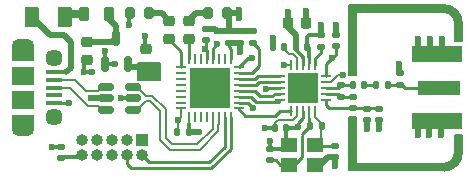
<source format=gbr>
%TF.GenerationSoftware,KiCad,Pcbnew,8.0.6*%
%TF.CreationDate,2024-12-29T16:51:47+05:30*%
%TF.ProjectId,STM32_RF,53544d33-325f-4524-962e-6b696361645f,rev?*%
%TF.SameCoordinates,Original*%
%TF.FileFunction,Copper,L1,Top*%
%TF.FilePolarity,Positive*%
%FSLAX46Y46*%
G04 Gerber Fmt 4.6, Leading zero omitted, Abs format (unit mm)*
G04 Created by KiCad (PCBNEW 8.0.6) date 2024-12-29 16:51:47*
%MOMM*%
%LPD*%
G01*
G04 APERTURE LIST*
G04 Aperture macros list*
%AMRoundRect*
0 Rectangle with rounded corners*
0 $1 Rounding radius*
0 $2 $3 $4 $5 $6 $7 $8 $9 X,Y pos of 4 corners*
0 Add a 4 corners polygon primitive as box body*
4,1,4,$2,$3,$4,$5,$6,$7,$8,$9,$2,$3,0*
0 Add four circle primitives for the rounded corners*
1,1,$1+$1,$2,$3*
1,1,$1+$1,$4,$5*
1,1,$1+$1,$6,$7*
1,1,$1+$1,$8,$9*
0 Add four rect primitives between the rounded corners*
20,1,$1+$1,$2,$3,$4,$5,0*
20,1,$1+$1,$4,$5,$6,$7,0*
20,1,$1+$1,$6,$7,$8,$9,0*
20,1,$1+$1,$8,$9,$2,$3,0*%
G04 Aperture macros list end*
%TA.AperFunction,Conductor*%
%ADD10C,0.200000*%
%TD*%
%TA.AperFunction,SMDPad,CuDef*%
%ADD11RoundRect,0.218750X-0.256250X0.218750X-0.256250X-0.218750X0.256250X-0.218750X0.256250X0.218750X0*%
%TD*%
%TA.AperFunction,SMDPad,CuDef*%
%ADD12RoundRect,0.140000X0.170000X-0.140000X0.170000X0.140000X-0.170000X0.140000X-0.170000X-0.140000X0*%
%TD*%
%TA.AperFunction,SMDPad,CuDef*%
%ADD13RoundRect,0.150000X0.512500X0.150000X-0.512500X0.150000X-0.512500X-0.150000X0.512500X-0.150000X0*%
%TD*%
%TA.AperFunction,ComponentPad*%
%ADD14R,1.000000X1.000000*%
%TD*%
%TA.AperFunction,ComponentPad*%
%ADD15O,1.000000X1.000000*%
%TD*%
%TA.AperFunction,SMDPad,CuDef*%
%ADD16RoundRect,0.140000X-0.170000X0.140000X-0.170000X-0.140000X0.170000X-0.140000X0.170000X0.140000X0*%
%TD*%
%TA.AperFunction,SMDPad,CuDef*%
%ADD17RoundRect,0.135000X0.185000X-0.135000X0.185000X0.135000X-0.185000X0.135000X-0.185000X-0.135000X0*%
%TD*%
%TA.AperFunction,SMDPad,CuDef*%
%ADD18RoundRect,0.147500X0.172500X-0.147500X0.172500X0.147500X-0.172500X0.147500X-0.172500X-0.147500X0*%
%TD*%
%TA.AperFunction,SMDPad,CuDef*%
%ADD19RoundRect,0.147500X-0.147500X-0.172500X0.147500X-0.172500X0.147500X0.172500X-0.147500X0.172500X0*%
%TD*%
%TA.AperFunction,SMDPad,CuDef*%
%ADD20R,1.350000X0.400000*%
%TD*%
%TA.AperFunction,ComponentPad*%
%ADD21O,1.900000X1.200000*%
%TD*%
%TA.AperFunction,SMDPad,CuDef*%
%ADD22R,1.900000X1.200000*%
%TD*%
%TA.AperFunction,ComponentPad*%
%ADD23C,1.450000*%
%TD*%
%TA.AperFunction,SMDPad,CuDef*%
%ADD24R,1.900000X1.500000*%
%TD*%
%TA.AperFunction,SMDPad,CuDef*%
%ADD25RoundRect,0.218750X-0.218750X-0.381250X0.218750X-0.381250X0.218750X0.381250X-0.218750X0.381250X0*%
%TD*%
%TA.AperFunction,SMDPad,CuDef*%
%ADD26RoundRect,0.225000X0.250000X-0.225000X0.250000X0.225000X-0.250000X0.225000X-0.250000X-0.225000X0*%
%TD*%
%TA.AperFunction,SMDPad,CuDef*%
%ADD27RoundRect,0.140000X-0.140000X-0.170000X0.140000X-0.170000X0.140000X0.170000X-0.140000X0.170000X0*%
%TD*%
%TA.AperFunction,SMDPad,CuDef*%
%ADD28RoundRect,0.062500X-0.350000X-0.062500X0.350000X-0.062500X0.350000X0.062500X-0.350000X0.062500X0*%
%TD*%
%TA.AperFunction,SMDPad,CuDef*%
%ADD29RoundRect,0.062500X-0.062500X-0.350000X0.062500X-0.350000X0.062500X0.350000X-0.062500X0.350000X0*%
%TD*%
%TA.AperFunction,HeatsinkPad*%
%ADD30R,2.500000X2.500000*%
%TD*%
%TA.AperFunction,SMDPad,CuDef*%
%ADD31RoundRect,0.135000X-0.185000X0.135000X-0.185000X-0.135000X0.185000X-0.135000X0.185000X0.135000X0*%
%TD*%
%TA.AperFunction,SMDPad,CuDef*%
%ADD32RoundRect,0.062500X-0.062500X0.375000X-0.062500X-0.375000X0.062500X-0.375000X0.062500X0.375000X0*%
%TD*%
%TA.AperFunction,SMDPad,CuDef*%
%ADD33RoundRect,0.062500X-0.375000X0.062500X-0.375000X-0.062500X0.375000X-0.062500X0.375000X0.062500X0*%
%TD*%
%TA.AperFunction,HeatsinkPad*%
%ADD34R,3.450000X3.450000*%
%TD*%
%TA.AperFunction,SMDPad,CuDef*%
%ADD35RoundRect,0.200000X-0.200000X-0.275000X0.200000X-0.275000X0.200000X0.275000X-0.200000X0.275000X0*%
%TD*%
%TA.AperFunction,SMDPad,CuDef*%
%ADD36RoundRect,0.140000X0.140000X0.170000X-0.140000X0.170000X-0.140000X-0.170000X0.140000X-0.170000X0*%
%TD*%
%TA.AperFunction,SMDPad,CuDef*%
%ADD37RoundRect,0.135000X0.135000X0.185000X-0.135000X0.185000X-0.135000X-0.185000X0.135000X-0.185000X0*%
%TD*%
%TA.AperFunction,SMDPad,CuDef*%
%ADD38R,1.400000X1.200000*%
%TD*%
%TA.AperFunction,SMDPad,CuDef*%
%ADD39RoundRect,0.225000X-0.225000X-0.250000X0.225000X-0.250000X0.225000X0.250000X-0.225000X0.250000X0*%
%TD*%
%TA.AperFunction,SMDPad,CuDef*%
%ADD40RoundRect,0.150000X0.150000X-0.512500X0.150000X0.512500X-0.150000X0.512500X-0.150000X-0.512500X0*%
%TD*%
%TA.AperFunction,SMDPad,CuDef*%
%ADD41RoundRect,0.225000X-0.250000X0.225000X-0.250000X-0.225000X0.250000X-0.225000X0.250000X0.225000X0*%
%TD*%
%TA.AperFunction,SMDPad,CuDef*%
%ADD42RoundRect,0.200000X0.200000X0.275000X-0.200000X0.275000X-0.200000X-0.275000X0.200000X-0.275000X0*%
%TD*%
%TA.AperFunction,SMDPad,CuDef*%
%ADD43R,3.600000X1.270000*%
%TD*%
%TA.AperFunction,SMDPad,CuDef*%
%ADD44R,4.200000X1.350000*%
%TD*%
%TA.AperFunction,SMDPad,CuDef*%
%ADD45RoundRect,0.250000X-0.375000X-0.625000X0.375000X-0.625000X0.375000X0.625000X-0.375000X0.625000X0*%
%TD*%
%TA.AperFunction,ViaPad*%
%ADD46C,0.600000*%
%TD*%
%TA.AperFunction,ViaPad*%
%ADD47C,0.700000*%
%TD*%
%TA.AperFunction,Conductor*%
%ADD48C,0.500000*%
%TD*%
%TA.AperFunction,Conductor*%
%ADD49C,0.300000*%
%TD*%
%TA.AperFunction,Conductor*%
%ADD50C,0.250000*%
%TD*%
%TA.AperFunction,Conductor*%
%ADD51C,0.293370*%
%TD*%
%TA.AperFunction,Conductor*%
%ADD52C,0.700000*%
%TD*%
G04 APERTURE END LIST*
D10*
%TO.N,GND*%
X191545013Y-67599738D02*
G75*
G02*
X192399999Y-68550000I-45013J-900262D01*
G01*
X191700000Y-67600000D02*
X184000000Y-67600000D01*
X184000000Y-72900000D01*
X183400000Y-72900000D01*
X183400000Y-67010000D01*
X191690000Y-67010000D01*
X191700000Y-67600000D01*
%TA.AperFunction,Conductor*%
G36*
X191700000Y-67600000D02*
G01*
X184000000Y-67600000D01*
X184000000Y-72900000D01*
X183400000Y-72900000D01*
X183400000Y-67010000D01*
X191690000Y-67010000D01*
X191700000Y-67600000D01*
G37*
%TD.AperFunction*%
X184000000Y-80410000D02*
X191700000Y-80410000D01*
X191690000Y-81000000D01*
X183400000Y-81000000D01*
X183400000Y-76510000D01*
X184000000Y-76510000D01*
X184000000Y-80410000D01*
%TA.AperFunction,Conductor*%
G36*
X184000000Y-80410000D02*
G01*
X191700000Y-80410000D01*
X191690000Y-81000000D01*
X183400000Y-81000000D01*
X183400000Y-76510000D01*
X184000000Y-76510000D01*
X184000000Y-80410000D01*
G37*
%TD.AperFunction*%
X192399999Y-79460000D02*
G75*
G02*
X191545013Y-80410262I-899999J-50000D01*
G01*
%TO.N,+3.3V*%
X167400000Y-73300000D02*
X165600000Y-73300000D01*
X165600000Y-71900000D01*
X167400000Y-71900000D01*
X167400000Y-73300000D01*
%TA.AperFunction,Conductor*%
G36*
X167400000Y-73300000D02*
G01*
X165600000Y-73300000D01*
X165600000Y-71900000D01*
X167400000Y-71900000D01*
X167400000Y-73300000D01*
G37*
%TD.AperFunction*%
%TO.N,GND*%
X192900000Y-79860000D02*
X192800000Y-80110000D01*
X192650000Y-80360000D01*
X192400000Y-80660000D01*
X192300000Y-80710000D01*
X192150000Y-80810000D01*
X191850000Y-80910000D01*
X191800000Y-80910000D01*
X191800000Y-80460000D01*
X192000000Y-80360000D01*
X192150000Y-80260000D01*
X192250000Y-80160000D01*
X192350000Y-80010000D01*
X192400000Y-79860000D01*
X192500000Y-79660000D01*
X192450000Y-79610000D01*
X192900000Y-79610000D01*
X192900000Y-79860000D01*
%TA.AperFunction,Conductor*%
G36*
X192900000Y-79860000D02*
G01*
X192800000Y-80110000D01*
X192650000Y-80360000D01*
X192400000Y-80660000D01*
X192300000Y-80710000D01*
X192150000Y-80810000D01*
X191850000Y-80910000D01*
X191800000Y-80910000D01*
X191800000Y-80460000D01*
X192000000Y-80360000D01*
X192150000Y-80260000D01*
X192250000Y-80160000D01*
X192350000Y-80010000D01*
X192400000Y-79860000D01*
X192500000Y-79660000D01*
X192450000Y-79610000D01*
X192900000Y-79610000D01*
X192900000Y-79860000D01*
G37*
%TD.AperFunction*%
X191500000Y-67000000D02*
G75*
G02*
X193000000Y-68500000I0J-1500000D01*
G01*
X193000000Y-79510000D02*
G75*
G02*
X191500000Y-81010000I-1500000J0D01*
G01*
X192400000Y-78010000D02*
X193000000Y-78010000D01*
X193000000Y-79510000D01*
X192400000Y-79510000D01*
X192400000Y-78010000D01*
%TA.AperFunction,Conductor*%
G36*
X192400000Y-78010000D02*
G01*
X193000000Y-78010000D01*
X193000000Y-79510000D01*
X192400000Y-79510000D01*
X192400000Y-78010000D01*
G37*
%TD.AperFunction*%
X192150000Y-67200000D02*
X192300000Y-67300000D01*
X192400000Y-67350000D01*
X192650000Y-67650000D01*
X192800000Y-67900000D01*
X192900000Y-68150000D01*
X192900000Y-68400000D01*
X192450000Y-68400000D01*
X192500000Y-68350000D01*
X192400000Y-68150000D01*
X192350000Y-68000000D01*
X192250000Y-67850000D01*
X192150000Y-67750000D01*
X192000000Y-67650000D01*
X191800000Y-67550000D01*
X191800000Y-67100000D01*
X191850000Y-67100000D01*
X192150000Y-67200000D01*
%TA.AperFunction,Conductor*%
G36*
X192150000Y-67200000D02*
G01*
X192300000Y-67300000D01*
X192400000Y-67350000D01*
X192650000Y-67650000D01*
X192800000Y-67900000D01*
X192900000Y-68150000D01*
X192900000Y-68400000D01*
X192450000Y-68400000D01*
X192500000Y-68350000D01*
X192400000Y-68150000D01*
X192350000Y-68000000D01*
X192250000Y-67850000D01*
X192150000Y-67750000D01*
X192000000Y-67650000D01*
X191800000Y-67550000D01*
X191800000Y-67100000D01*
X191850000Y-67100000D01*
X192150000Y-67200000D01*
G37*
%TD.AperFunction*%
X193000000Y-70000000D02*
X192400000Y-70000000D01*
X192400000Y-68500000D01*
X193000000Y-68500000D01*
X193000000Y-70000000D01*
%TA.AperFunction,Conductor*%
G36*
X193000000Y-70000000D02*
G01*
X192400000Y-70000000D01*
X192400000Y-68500000D01*
X193000000Y-68500000D01*
X193000000Y-70000000D01*
G37*
%TD.AperFunction*%
%TD*%
D11*
%TO.P,D2,1,K*%
%TO.N,Net-(D2-K)*%
X169900000Y-68325000D03*
%TO.P,D2,2,A*%
%TO.N,Net-(D2-A)*%
X169900000Y-69900000D03*
%TD*%
D12*
%TO.P,C7,1*%
%TO.N,+3.3V*%
X171300000Y-69980000D03*
%TO.P,C7,2*%
%TO.N,GND*%
X171300000Y-69020000D03*
%TD*%
D11*
%TO.P,D1,1,K*%
%TO.N,Net-(D1-K)*%
X168200000Y-68325000D03*
%TO.P,D1,2,A*%
%TO.N,Net-(D1-A)*%
X168200000Y-69900000D03*
%TD*%
D12*
%TO.P,C14,1*%
%TO.N,NRF_XC2*%
X176725000Y-80130000D03*
%TO.P,C14,2*%
%TO.N,GND*%
X176725000Y-79170000D03*
%TD*%
%TO.P,C3,1*%
%TO.N,SWD_NRST*%
X159100000Y-79980000D03*
%TO.P,C3,2*%
%TO.N,GND*%
X159100000Y-79020000D03*
%TD*%
%TO.P,C10,1*%
%TO.N,+3.3V*%
X182300000Y-70500000D03*
%TO.P,C10,2*%
%TO.N,GND*%
X182300000Y-69540000D03*
%TD*%
D13*
%TO.P,U3,1,I/O1*%
%TO.N,USB_D+*%
X165137500Y-75850000D03*
%TO.P,U3,2,GND*%
%TO.N,GND*%
X165137500Y-74900000D03*
%TO.P,U3,3,I/O2*%
%TO.N,USB_D-*%
X165137500Y-73950000D03*
%TO.P,U3,4,I/O2*%
%TO.N,USB_CONN_D-*%
X162862500Y-73950000D03*
%TO.P,U3,5,VBUS*%
%TO.N,+5V*%
X162862500Y-74900000D03*
%TO.P,U3,6,I/O1*%
%TO.N,USB_CONN_D+*%
X162862500Y-75850000D03*
%TD*%
D14*
%TO.P,J2,1,Pin_1*%
%TO.N,+3.3V*%
X165900000Y-78430000D03*
D15*
%TO.P,J2,2,Pin_2*%
%TO.N,SWD_DIO*%
X165900000Y-79700000D03*
%TO.P,J2,3,Pin_3*%
%TO.N,GND*%
X164630000Y-78430000D03*
%TO.P,J2,4,Pin_4*%
%TO.N,SWD_CLK*%
X164630000Y-79700000D03*
%TO.P,J2,5,Pin_5*%
%TO.N,GND*%
X163360000Y-78430000D03*
%TO.P,J2,6,Pin_6*%
%TO.N,unconnected-(J2-Pin_6-Pad6)*%
X163360000Y-79700000D03*
%TO.P,J2,7,Pin_7*%
%TO.N,unconnected-(J2-Pin_7-Pad7)*%
X162090000Y-78430000D03*
%TO.P,J2,8,Pin_8*%
%TO.N,unconnected-(J2-Pin_8-Pad8)*%
X162090000Y-79700000D03*
%TO.P,J2,9,Pin_9*%
%TO.N,GND*%
X160820000Y-78430000D03*
%TO.P,J2,10,Pin_10*%
%TO.N,SWD_NRST*%
X160820000Y-79700000D03*
%TD*%
D16*
%TO.P,C17,1*%
%TO.N,NRF_VDD_PA*%
X184970000Y-75790000D03*
%TO.P,C17,2*%
%TO.N,GND*%
X184970000Y-76750000D03*
%TD*%
D17*
%TO.P,R1,1*%
%TO.N,Net-(U4-PH3)*%
X175300000Y-70210000D03*
%TO.P,R1,2*%
%TO.N,GND*%
X175300000Y-69190000D03*
%TD*%
D18*
%TO.P,L3,1,1*%
%TO.N,NRF_VDD_PA*%
X183750000Y-75720000D03*
%TO.P,L3,2,2*%
%TO.N,NRF_ANT1*%
X183750000Y-74750000D03*
%TD*%
D19*
%TO.P,L1,1,1*%
%TO.N,NRF_ANT2*%
X183765000Y-73750000D03*
%TO.P,L1,2,2*%
%TO.N,Net-(C15-Pad1)*%
X184735000Y-73750000D03*
%TD*%
D12*
%TO.P,C4,1*%
%TO.N,+3.3V*%
X174250000Y-70180000D03*
%TO.P,C4,2*%
%TO.N,GND*%
X174250000Y-69220000D03*
%TD*%
%TO.P,C5,1*%
%TO.N,+3.3V*%
X173250000Y-70180000D03*
%TO.P,C5,2*%
%TO.N,GND*%
X173250000Y-69220000D03*
%TD*%
D20*
%TO.P,J1,1,VBUS*%
%TO.N,+5V*%
X158500000Y-72700000D03*
%TO.P,J1,2,D-*%
%TO.N,USB_CONN_D-*%
X158500000Y-73350000D03*
%TO.P,J1,3,D+*%
%TO.N,USB_CONN_D+*%
X158500000Y-74000000D03*
%TO.P,J1,4,ID*%
%TO.N,unconnected-(J1-ID-Pad4)*%
X158500000Y-74650000D03*
%TO.P,J1,5,GND*%
%TO.N,GND*%
X158500000Y-75300000D03*
D21*
%TO.P,J1,6,Shield*%
%TO.N,N/C*%
X155800000Y-70500000D03*
D22*
%TO.N,unconnected-(J1-Shield-Pad6)_4*%
X155800000Y-71100000D03*
D23*
%TO.N,N/C*%
X158500000Y-71500000D03*
D24*
%TO.N,unconnected-(J1-Shield-Pad6)_4*%
X155800000Y-73000000D03*
X155800000Y-75000000D03*
D23*
%TO.N,N/C*%
X158500000Y-76500000D03*
D22*
%TO.N,unconnected-(J1-Shield-Pad6)_4*%
X155800000Y-76900000D03*
D21*
%TO.N,N/C*%
X155800000Y-77500000D03*
%TD*%
D25*
%TO.P,FB1,1*%
%TO.N,Net-(F1-Pad2)*%
X161037500Y-67750000D03*
%TO.P,FB1,2*%
%TO.N,Net-(U1-VI)*%
X163162500Y-67750000D03*
%TD*%
D26*
%TO.P,C2,1*%
%TO.N,+3.3V*%
X166250000Y-72250000D03*
%TO.P,C2,2*%
%TO.N,GND*%
X166250000Y-70700000D03*
%TD*%
D27*
%TO.P,C9,1*%
%TO.N,+3.3V*%
X177170000Y-77400000D03*
%TO.P,C9,2*%
%TO.N,GND*%
X178130000Y-77400000D03*
%TD*%
D28*
%TO.P,U2,1,CE*%
%TO.N,NRF_CE*%
X177625000Y-73000000D03*
%TO.P,U2,2,CSN*%
%TO.N,SPI3_!CS*%
X177625000Y-73500000D03*
%TO.P,U2,3,SCK*%
%TO.N,SPI3_SCK*%
X177625000Y-74000000D03*
%TO.P,U2,4,MOSI*%
%TO.N,SPI3_MOSI*%
X177625000Y-74500000D03*
%TO.P,U2,5,MISO*%
%TO.N,SPI3_MISO*%
X177625000Y-75000000D03*
D29*
%TO.P,U2,6,IRQ*%
%TO.N,NRF_IRQ*%
X178562500Y-75937500D03*
%TO.P,U2,7,VDD*%
%TO.N,+3.3V*%
X179062500Y-75937500D03*
%TO.P,U2,8,VSS*%
%TO.N,GND*%
X179562500Y-75937500D03*
%TO.P,U2,9,XC2*%
%TO.N,NRF_XC2*%
X180062500Y-75937500D03*
%TO.P,U2,10,XC1*%
%TO.N,NRF_XC1*%
X180562500Y-75937500D03*
D28*
%TO.P,U2,11,VDD_PA*%
%TO.N,NRF_VDD_PA*%
X181500000Y-75000000D03*
%TO.P,U2,12,ANT1*%
%TO.N,NRF_ANT1*%
X181500000Y-74500000D03*
%TO.P,U2,13,ANT2*%
%TO.N,NRF_ANT2*%
X181500000Y-74000000D03*
%TO.P,U2,14,VSS*%
%TO.N,GND*%
X181500000Y-73500000D03*
%TO.P,U2,15,VDD*%
%TO.N,+3.3V*%
X181500000Y-73000000D03*
D29*
%TO.P,U2,16,IREF*%
%TO.N,Net-(U2-IREF)*%
X180562500Y-72062500D03*
%TO.P,U2,17,VSS*%
%TO.N,GND*%
X180062500Y-72062500D03*
%TO.P,U2,18,VDD*%
%TO.N,+3.3V*%
X179562500Y-72062500D03*
%TO.P,U2,19,DVDD*%
%TO.N,Net-(U2-DVDD)*%
X179062500Y-72062500D03*
%TO.P,U2,20,VSS*%
%TO.N,GND*%
X178562500Y-72062500D03*
D30*
%TO.P,U2,21*%
X179562500Y-74000000D03*
%TD*%
D31*
%TO.P,R4,1*%
%TO.N,GND*%
X181100000Y-69510000D03*
%TO.P,R4,2*%
%TO.N,Net-(U2-IREF)*%
X181100000Y-70530000D03*
%TD*%
D27*
%TO.P,C11,1*%
%TO.N,+3.3V*%
X178965000Y-70520000D03*
%TO.P,C11,2*%
%TO.N,GND*%
X179925000Y-70520000D03*
%TD*%
D32*
%TO.P,U4,1,VDD*%
%TO.N,+3.3V*%
X173412500Y-71562500D03*
%TO.P,U4,2,PC14*%
%TO.N,unconnected-(U4-PC14-Pad2)*%
X172912500Y-71562500D03*
%TO.P,U4,3,PC15*%
%TO.N,unconnected-(U4-PC15-Pad3)*%
X172412500Y-71562500D03*
%TO.P,U4,4,NRST*%
%TO.N,SWD_NRST*%
X171912500Y-71562500D03*
%TO.P,U4,5,VDDA*%
%TO.N,+3.3V*%
X171412500Y-71562500D03*
%TO.P,U4,6,PA0*%
%TO.N,unconnected-(U4-PA0-Pad6)*%
X170912500Y-71562500D03*
%TO.P,U4,7,PA1*%
%TO.N,unconnected-(U4-PA1-Pad7)*%
X170412500Y-71562500D03*
%TO.P,U4,8,PA2*%
%TO.N,Net-(D2-A)*%
X169912500Y-71562500D03*
D33*
%TO.P,U4,9,PA3*%
%TO.N,Net-(D1-A)*%
X169225000Y-72250000D03*
%TO.P,U4,10,PA4*%
%TO.N,unconnected-(U4-PA4-Pad10)*%
X169225000Y-72750000D03*
%TO.P,U4,11,PA5*%
%TO.N,unconnected-(U4-PA5-Pad11)*%
X169225000Y-73250000D03*
%TO.P,U4,12,PA6*%
%TO.N,unconnected-(U4-PA6-Pad12)*%
X169225000Y-73750000D03*
%TO.P,U4,13,PA7*%
%TO.N,unconnected-(U4-PA7-Pad13)*%
X169225000Y-74250000D03*
%TO.P,U4,14,PB0*%
%TO.N,unconnected-(U4-PB0-Pad14)*%
X169225000Y-74750000D03*
%TO.P,U4,15,PB1*%
%TO.N,unconnected-(U4-PB1-Pad15)*%
X169225000Y-75250000D03*
%TO.P,U4,16,VSS*%
%TO.N,GND*%
X169225000Y-75750000D03*
D32*
%TO.P,U4,17,VDD*%
%TO.N,+3.3V*%
X169912500Y-76437500D03*
%TO.P,U4,18,PA8*%
%TO.N,unconnected-(U4-PA8-Pad18)*%
X170412500Y-76437500D03*
%TO.P,U4,19,PA9*%
%TO.N,unconnected-(U4-PA9-Pad19)*%
X170912500Y-76437500D03*
%TO.P,U4,20,PA10*%
%TO.N,unconnected-(U4-PA10-Pad20)*%
X171412500Y-76437500D03*
%TO.P,U4,21,PA11*%
%TO.N,USB_D-*%
X171912500Y-76437500D03*
%TO.P,U4,22,PA12*%
%TO.N,USB_D+*%
X172412500Y-76437500D03*
%TO.P,U4,23,PA13*%
%TO.N,SWD_DIO*%
X172912500Y-76437500D03*
%TO.P,U4,24,PA14*%
%TO.N,SWD_CLK*%
X173412500Y-76437500D03*
D33*
%TO.P,U4,25,PA15*%
%TO.N,NRF_IRQ*%
X174100000Y-75750000D03*
%TO.P,U4,26,PB3*%
%TO.N,SPI3_SCK*%
X174100000Y-75250000D03*
%TO.P,U4,27,PB4*%
%TO.N,SPI3_MISO*%
X174100000Y-74750000D03*
%TO.P,U4,28,PB5*%
%TO.N,SPI3_MOSI*%
X174100000Y-74250000D03*
%TO.P,U4,29,PB6*%
%TO.N,SPI3_!CS*%
X174100000Y-73750000D03*
%TO.P,U4,30,PB7*%
%TO.N,NRF_CE*%
X174100000Y-73250000D03*
%TO.P,U4,31,PH3*%
%TO.N,Net-(U4-PH3)*%
X174100000Y-72750000D03*
%TO.P,U4,32,VSS*%
%TO.N,GND*%
X174100000Y-72250000D03*
D34*
%TO.P,U4,33,VSS*%
X171662500Y-74000000D03*
%TD*%
D35*
%TO.P,R3,1*%
%TO.N,Net-(D2-K)*%
X171475000Y-67700000D03*
%TO.P,R3,2*%
%TO.N,GND*%
X173125000Y-67700000D03*
%TD*%
D36*
%TO.P,C6,1*%
%TO.N,+3.3V*%
X169880000Y-77700000D03*
%TO.P,C6,2*%
%TO.N,GND*%
X168920000Y-77700000D03*
%TD*%
D37*
%TO.P,R5,1*%
%TO.N,NRF_XC1*%
X181160000Y-77250000D03*
%TO.P,R5,2*%
%TO.N,NRF_XC2*%
X180140000Y-77250000D03*
%TD*%
D12*
%TO.P,C16,1*%
%TO.N,/NRF_ANT*%
X187750000Y-73730000D03*
%TO.P,C16,2*%
%TO.N,GND*%
X187750000Y-72770000D03*
%TD*%
D38*
%TO.P,Y1,1,1*%
%TO.N,NRF_XC1*%
X180600000Y-78800000D03*
%TO.P,Y1,2,2*%
%TO.N,GND*%
X178400000Y-78800000D03*
%TO.P,Y1,3,3*%
%TO.N,NRF_XC2*%
X178400000Y-80500000D03*
%TO.P,Y1,4,4*%
%TO.N,GND*%
X180600000Y-80500000D03*
%TD*%
D39*
%TO.P,C8,1*%
%TO.N,+3.3V*%
X178250000Y-68520000D03*
%TO.P,C8,2*%
%TO.N,GND*%
X179800000Y-68520000D03*
%TD*%
D27*
%TO.P,C15,1*%
%TO.N,Net-(C15-Pad1)*%
X185770000Y-73750000D03*
%TO.P,C15,2*%
%TO.N,/NRF_ANT*%
X186730000Y-73750000D03*
%TD*%
D12*
%TO.P,C13,1*%
%TO.N,GND*%
X182275000Y-79880000D03*
%TO.P,C13,2*%
%TO.N,NRF_XC1*%
X182275000Y-78920000D03*
%TD*%
D40*
%TO.P,U1,1,GND*%
%TO.N,GND*%
X162800000Y-72025000D03*
%TO.P,U1,2,VO*%
%TO.N,+3.3V*%
X164700000Y-72025000D03*
%TO.P,U1,3,VI*%
%TO.N,Net-(U1-VI)*%
X163750000Y-69750000D03*
%TD*%
D36*
%TO.P,C12,1*%
%TO.N,Net-(U2-DVDD)*%
X177925000Y-70520000D03*
%TO.P,C12,2*%
%TO.N,GND*%
X176965000Y-70520000D03*
%TD*%
D41*
%TO.P,C1,1*%
%TO.N,Net-(U1-VI)*%
X161250000Y-70125000D03*
%TO.P,C1,2*%
%TO.N,GND*%
X161250000Y-71675000D03*
%TD*%
D16*
%TO.P,C18,1*%
%TO.N,NRF_VDD_PA*%
X186000000Y-75790000D03*
%TO.P,C18,2*%
%TO.N,GND*%
X186000000Y-76750000D03*
%TD*%
D42*
%TO.P,R2,1*%
%TO.N,Net-(D1-K)*%
X166525000Y-67700000D03*
%TO.P,R2,2*%
%TO.N,GND*%
X164875000Y-67700000D03*
%TD*%
D43*
%TO.P,J3,1,In*%
%TO.N,/NRF_ANT*%
X191062500Y-74000000D03*
D44*
%TO.P,J3,2,Ext*%
%TO.N,GND*%
X190862500Y-76825000D03*
X190862500Y-71175000D03*
%TD*%
D45*
%TO.P,F1,1*%
%TO.N,+5V*%
X156600000Y-68000000D03*
%TO.P,F1,2*%
%TO.N,Net-(F1-Pad2)*%
X159400000Y-68000000D03*
%TD*%
D18*
%TO.P,L2,1,1*%
%TO.N,NRF_ANT1*%
X182750000Y-74735000D03*
%TO.P,L2,2,2*%
%TO.N,NRF_ANT2*%
X182750000Y-73765000D03*
%TD*%
D46*
%TO.N,GND*%
X189300000Y-69900000D03*
D47*
X188900000Y-67300000D03*
X188900000Y-80710000D03*
D46*
X169000000Y-76700000D03*
D47*
X186300000Y-80710000D03*
D46*
X161700000Y-72700000D03*
X179800000Y-67500000D03*
X175200000Y-71500000D03*
X159700000Y-75300000D03*
D47*
X183800000Y-67400000D03*
D46*
X182300000Y-68700000D03*
D47*
X186300000Y-67300000D03*
X183700000Y-78510000D03*
X191100000Y-67300000D03*
D46*
X166200000Y-69600000D03*
D47*
X183700000Y-69500000D03*
D46*
X172300000Y-69200000D03*
X180300000Y-74400000D03*
X172900000Y-73950000D03*
D47*
X192700000Y-78510000D03*
D46*
X180300000Y-73600000D03*
D47*
X191100000Y-80710000D03*
D46*
X190300000Y-69900000D03*
X164800000Y-68700000D03*
D47*
X183700000Y-71900000D03*
D46*
X177900000Y-72100000D03*
X163600000Y-72000000D03*
D47*
X192700000Y-69500000D03*
D46*
X191300000Y-69900000D03*
X158320000Y-79020000D03*
X170600000Y-72900000D03*
X181100000Y-68700000D03*
X161000000Y-72700000D03*
X190250000Y-78000000D03*
X172850000Y-72850000D03*
X191250000Y-78000000D03*
X178900000Y-74400000D03*
X170600000Y-75200000D03*
X174100000Y-67399997D03*
X170600000Y-74000000D03*
X176750000Y-78500000D03*
X182900000Y-72900000D03*
X177000000Y-69800000D03*
X189250000Y-78000000D03*
X187700000Y-72000000D03*
X162800000Y-70900000D03*
X182275000Y-80650000D03*
X164100000Y-74900000D03*
X172950000Y-75150000D03*
X185000000Y-77500000D03*
D47*
X183800000Y-80610000D03*
D46*
X179100000Y-77350000D03*
X186000000Y-77500000D03*
X178900000Y-73600000D03*
X174100000Y-68100000D03*
%TO.N,+3.3V*%
X178250000Y-67550000D03*
X167200000Y-72399997D03*
X170700000Y-77700000D03*
X167200000Y-73100000D03*
X174250000Y-70950000D03*
X165800000Y-73100000D03*
X166500000Y-73100000D03*
X171287500Y-70693844D03*
X176350000Y-77400000D03*
X182000000Y-71500000D03*
%TO.N,SWD_NRST*%
X172300000Y-70300000D03*
%TO.N,+5V*%
X161608422Y-74900000D03*
X159900000Y-71900000D03*
%TO.N,SPI3_SCK*%
X175300000Y-75700000D03*
X176400000Y-74100000D03*
%TD*%
D48*
%TO.N,GND*%
X181645000Y-79880000D02*
X182275000Y-79880000D01*
X163300000Y-78370000D02*
X163360000Y-78430000D01*
D10*
X182529026Y-72900000D02*
X181929026Y-73500000D01*
D48*
X191250000Y-78000000D02*
X191250000Y-76750000D01*
D49*
X163600000Y-72000000D02*
X162825000Y-72000000D01*
D50*
X179100000Y-77350000D02*
X179100000Y-77000000D01*
D49*
X179925000Y-70520000D02*
X179925000Y-69675000D01*
X178130000Y-78530000D02*
X178400000Y-78800000D01*
D48*
X190250000Y-78000000D02*
X190250000Y-76862500D01*
D49*
X176750000Y-78500000D02*
X176750000Y-79145000D01*
D48*
X189300000Y-69900000D02*
X189300000Y-71100000D01*
D10*
X181929026Y-73500000D02*
X181500000Y-73500000D01*
D49*
X179050000Y-77400000D02*
X179100000Y-77350000D01*
X178130000Y-77400000D02*
X179050000Y-77400000D01*
X176750000Y-79145000D02*
X176725000Y-79170000D01*
D48*
X185000000Y-77500000D02*
X185000000Y-76780000D01*
D50*
X180062500Y-71400000D02*
X180062500Y-71887500D01*
D48*
X182300000Y-69540000D02*
X182300000Y-68700000D01*
X186000000Y-77500000D02*
X186000000Y-76750000D01*
D49*
X180090000Y-69510000D02*
X181100000Y-69510000D01*
D48*
X177000000Y-69800000D02*
X176965000Y-69835000D01*
X174100000Y-67399997D02*
X174100000Y-67800000D01*
D49*
X164800000Y-67775000D02*
X164875000Y-67700000D01*
D50*
X179562500Y-76537500D02*
X179562500Y-75937500D01*
D49*
X164800000Y-68700000D02*
X164800000Y-67775000D01*
X180062500Y-70657500D02*
X180062500Y-71400000D01*
D50*
X158500000Y-75300000D02*
X159700000Y-75300000D01*
D48*
X187700000Y-72720000D02*
X187750000Y-72770000D01*
D50*
X179100000Y-77000000D02*
X179562500Y-76537500D01*
D48*
X171300000Y-69020000D02*
X172080000Y-69020000D01*
D49*
X161000000Y-72700000D02*
X161000000Y-71925000D01*
D48*
X181100000Y-69510000D02*
X181100000Y-68700000D01*
D49*
X179925000Y-69675000D02*
X180090000Y-69510000D01*
D48*
X176965000Y-69835000D02*
X176965000Y-70520000D01*
D49*
X179925000Y-70520000D02*
X180062500Y-70657500D01*
D48*
X172300000Y-69200000D02*
X173230000Y-69200000D01*
D49*
X175270000Y-69220000D02*
X175300000Y-69190000D01*
D48*
X174100000Y-67800000D02*
X174100000Y-68100000D01*
D49*
X179100000Y-77280366D02*
X179100000Y-77350000D01*
X178030000Y-79170000D02*
X178400000Y-78800000D01*
D48*
X182275000Y-80650000D02*
X182275000Y-79880000D01*
D10*
X169000000Y-77620000D02*
X168920000Y-77700000D01*
D48*
X172080000Y-69020000D02*
X172280000Y-69220000D01*
D49*
X166200000Y-70650000D02*
X166250000Y-70700000D01*
X173230000Y-69200000D02*
X173250000Y-69220000D01*
D48*
X173250000Y-69220000D02*
X174250000Y-69220000D01*
D50*
X174100000Y-72250000D02*
X174850000Y-71500000D01*
D10*
X182900000Y-72900000D02*
X182529026Y-72900000D01*
D48*
X173125000Y-67700000D02*
X174000000Y-67700000D01*
D10*
X169225000Y-76475000D02*
X169000000Y-76700000D01*
D49*
X162800000Y-70900000D02*
X162800000Y-72025000D01*
X161000000Y-71925000D02*
X161250000Y-71675000D01*
X162825000Y-72000000D02*
X162800000Y-72025000D01*
X178130000Y-77400000D02*
X178130000Y-78530000D01*
D50*
X174850000Y-71500000D02*
X175200000Y-71500000D01*
D48*
X191300000Y-69900000D02*
X191300000Y-71100000D01*
X181025000Y-80500000D02*
X181645000Y-79880000D01*
D49*
X158320000Y-79020000D02*
X159100000Y-79020000D01*
D10*
X169225000Y-75750000D02*
X169225000Y-76475000D01*
X178562500Y-72062500D02*
X177990533Y-72062500D01*
D49*
X164100000Y-74900000D02*
X165137500Y-74900000D01*
X172280000Y-69220000D02*
X172300000Y-69200000D01*
D48*
X174000000Y-67700000D02*
X174100000Y-67800000D01*
D49*
X166200000Y-69600000D02*
X166200000Y-70650000D01*
D48*
X190300000Y-69900000D02*
X190300000Y-71137500D01*
D49*
X176725000Y-79170000D02*
X178030000Y-79170000D01*
D48*
X173250000Y-69220000D02*
X173250000Y-67825000D01*
D10*
X169000000Y-76700000D02*
X169000000Y-77620000D01*
D48*
X187700000Y-72000000D02*
X187700000Y-72720000D01*
D49*
X161000000Y-72700000D02*
X161700000Y-72700000D01*
D48*
X189250000Y-78000000D02*
X189250000Y-76750000D01*
X180600000Y-80500000D02*
X181025000Y-80500000D01*
X174250000Y-69220000D02*
X175270000Y-69220000D01*
X179800000Y-68520000D02*
X179800000Y-67500000D01*
X173250000Y-67825000D02*
X173125000Y-67700000D01*
D10*
X177990533Y-72062500D02*
G75*
G03*
X177899990Y-72099990I-33J-128000D01*
G01*
D48*
%TO.N,Net-(U1-VI)*%
X163162500Y-68162500D02*
X163750000Y-68750000D01*
X163375000Y-70125000D02*
X161250000Y-70125000D01*
X163750000Y-68750000D02*
X163750000Y-69750000D01*
X163750000Y-69750000D02*
X163375000Y-70125000D01*
X163162500Y-67750000D02*
X163162500Y-68162500D01*
%TO.N,+3.3V*%
X178250000Y-67550000D02*
X178250000Y-68520000D01*
X178250000Y-68520000D02*
X178250000Y-68850000D01*
D49*
X179562500Y-71356104D02*
X178965000Y-70758604D01*
D50*
X181500000Y-72000000D02*
X182000000Y-71500000D01*
D48*
X164925000Y-72250000D02*
X164700000Y-72025000D01*
D49*
X176350000Y-77400000D02*
X177170000Y-77400000D01*
D48*
X173250000Y-70180000D02*
X174250000Y-70180000D01*
X166250000Y-72250000D02*
X164925000Y-72250000D01*
D50*
X181500000Y-73000000D02*
X181500000Y-72000000D01*
X173250000Y-70550000D02*
X173250000Y-70180000D01*
D48*
X169880000Y-77700000D02*
X170700000Y-77700000D01*
D10*
X178676886Y-76750000D02*
X177400000Y-76750000D01*
X177170000Y-76980000D02*
X177170000Y-77400000D01*
D48*
X178965000Y-69565000D02*
X178965000Y-70520000D01*
D49*
X179562500Y-71500000D02*
X179562500Y-71356104D01*
X169900000Y-77050000D02*
X169900000Y-77680000D01*
D50*
X182300000Y-71200000D02*
X182300000Y-70500000D01*
X179562500Y-72062500D02*
X179562500Y-71500000D01*
D10*
X177400000Y-76750000D02*
X177170000Y-76980000D01*
D50*
X171300000Y-70681344D02*
X171300000Y-70180000D01*
D10*
X179062500Y-75937500D02*
X179062500Y-76364386D01*
D48*
X178250000Y-68850000D02*
X178965000Y-69565000D01*
D10*
X169912500Y-77037500D02*
X169912500Y-76437500D01*
D50*
X171287500Y-70693844D02*
X171300000Y-70681344D01*
X182000000Y-71500000D02*
X182300000Y-71200000D01*
X171293844Y-70693844D02*
X171412500Y-70812500D01*
X171412500Y-70812500D02*
X171412500Y-71562500D01*
X171287500Y-70693844D02*
X171293844Y-70693844D01*
D49*
X178965000Y-70758604D02*
X178965000Y-70520000D01*
D10*
X169900000Y-77050000D02*
X169912500Y-77037500D01*
D50*
X173412500Y-70712500D02*
X173250000Y-70550000D01*
X173412500Y-71562500D02*
X173412500Y-70712500D01*
D49*
X169900000Y-77680000D02*
X169880000Y-77700000D01*
D48*
X174250000Y-70950000D02*
X174250000Y-70180000D01*
D10*
X179062500Y-76364386D02*
X178676886Y-76750000D01*
D49*
%TO.N,SWD_NRST*%
X159230000Y-79850000D02*
X160670000Y-79850000D01*
X159100000Y-79980000D02*
X159230000Y-79850000D01*
D50*
X171912500Y-70687500D02*
X172300000Y-70300000D01*
D49*
X160670000Y-79850000D02*
X160820000Y-79700000D01*
D50*
X171912500Y-71562500D02*
X171912500Y-70687500D01*
D10*
%TO.N,Net-(U2-DVDD)*%
X178700000Y-71130000D02*
X179062500Y-71492500D01*
X177925000Y-70725000D02*
X178330000Y-71130000D01*
X179062500Y-71492500D02*
X179062500Y-72062500D01*
X177925000Y-70520000D02*
X177925000Y-70725000D01*
X178330000Y-71130000D02*
X178700000Y-71130000D01*
%TO.N,NRF_XC1*%
X180562500Y-76462500D02*
X181110000Y-77010000D01*
X180562500Y-75937500D02*
X180562500Y-76462500D01*
X181110000Y-77010000D02*
X181110000Y-78450000D01*
D51*
X182275000Y-78920000D02*
X180720000Y-78920000D01*
D10*
%TO.N,NRF_XC2*%
X180062500Y-76550000D02*
X180062500Y-75937500D01*
D51*
X180062500Y-77327500D02*
X179500000Y-77890000D01*
X179475000Y-78040000D02*
X179475000Y-79850000D01*
X179475000Y-79850000D02*
X178825000Y-80500000D01*
X180062500Y-76550000D02*
X180062500Y-77327500D01*
X178825000Y-80500000D02*
X178400000Y-80500000D01*
X178400000Y-80500000D02*
X177625000Y-80500000D01*
X177255000Y-80130000D02*
X176725000Y-80130000D01*
X177625000Y-80500000D02*
X177255000Y-80130000D01*
%TO.N,Net-(C15-Pad1)*%
X184735000Y-73750000D02*
X185770000Y-73750000D01*
%TO.N,/NRF_ANT*%
X187930000Y-73730000D02*
X188200000Y-74000000D01*
X188200000Y-74000000D02*
X191062500Y-74000000D01*
X186730000Y-73750000D02*
X187730000Y-73750000D01*
%TO.N,NRF_VDD_PA*%
X181500000Y-75050000D02*
X181500000Y-75450000D01*
X183750000Y-75720000D02*
X186150000Y-75720000D01*
X181500000Y-75450000D02*
X181770000Y-75720000D01*
X181770000Y-75720000D02*
X183750000Y-75720000D01*
D48*
%TO.N,Net-(D1-K)*%
X166525000Y-67700000D02*
X167575000Y-67700000D01*
X167575000Y-67700000D02*
X168200000Y-68325000D01*
D50*
%TO.N,Net-(D1-A)*%
X169225000Y-70925000D02*
X168200000Y-69900000D01*
X169225000Y-72250000D02*
X169225000Y-70925000D01*
%TO.N,Net-(D2-A)*%
X169912500Y-71562500D02*
X169912500Y-69912500D01*
X169912500Y-69912500D02*
X169900000Y-69900000D01*
D48*
%TO.N,Net-(D2-K)*%
X170500000Y-67700000D02*
X171475000Y-67700000D01*
X169900000Y-68325000D02*
X169900000Y-68300000D01*
X169900000Y-68300000D02*
X170500000Y-67700000D01*
%TO.N,+5V*%
X161608422Y-74900000D02*
X162862500Y-74900000D01*
X156600000Y-68000000D02*
X158100000Y-69500000D01*
X159900000Y-72300000D02*
X159500000Y-72700000D01*
X158100000Y-69500000D02*
X159300000Y-69500000D01*
X159900000Y-70100000D02*
X159900000Y-71900000D01*
D49*
X159500000Y-72700000D02*
X158500000Y-72700000D01*
D48*
X159300000Y-69500000D02*
X159900000Y-70100000D01*
X159900000Y-71900000D02*
X159900000Y-72300000D01*
D52*
%TO.N,Net-(F1-Pad2)*%
X161037500Y-67750000D02*
X159650000Y-67750000D01*
D48*
X159650000Y-67750000D02*
X159400000Y-68000000D01*
D10*
%TO.N,USB_CONN_D-*%
X161200000Y-74300000D02*
X160250000Y-73350000D01*
X162500000Y-73950000D02*
X162150000Y-74300000D01*
X162862500Y-73950000D02*
X162500000Y-73950000D01*
X162150000Y-74300000D02*
X161200000Y-74300000D01*
X160250000Y-73350000D02*
X158500000Y-73350000D01*
%TO.N,USB_CONN_D+*%
X159859893Y-74000000D02*
X158500000Y-74000000D01*
X161359893Y-75500000D02*
X159859893Y-74000000D01*
X162150000Y-75500000D02*
X161359893Y-75500000D01*
X162500000Y-75850000D02*
X162150000Y-75500000D01*
X162862500Y-75850000D02*
X162500000Y-75850000D01*
D50*
%TO.N,SWD_DIO*%
X171600000Y-80300000D02*
X172912500Y-78987500D01*
X165900000Y-79700000D02*
X166500000Y-80300000D01*
X172912500Y-78987500D02*
X172912500Y-76437500D01*
X166500000Y-80300000D02*
X171600000Y-80300000D01*
D51*
%TO.N,NRF_ANT2*%
X182750000Y-73765000D02*
X183750000Y-73765000D01*
X181500000Y-74000000D02*
X182515000Y-74000000D01*
X182515000Y-74000000D02*
X182750000Y-73765000D01*
X183750000Y-73765000D02*
X183765000Y-73750000D01*
%TO.N,NRF_ANT1*%
X182515000Y-74500000D02*
X182750000Y-74735000D01*
X182750000Y-74735000D02*
X183735000Y-74735000D01*
X181500000Y-74500000D02*
X182515000Y-74500000D01*
X183735000Y-74735000D02*
X183750000Y-74750000D01*
D50*
%TO.N,Net-(U4-PH3)*%
X175825000Y-72175000D02*
X175250000Y-72750000D01*
X175250000Y-72750000D02*
X174100000Y-72750000D01*
X175825000Y-70735000D02*
X175825000Y-72175000D01*
X175300000Y-70210000D02*
X175825000Y-70735000D01*
%TO.N,Net-(U2-IREF)*%
X181100000Y-71000000D02*
X181100000Y-70530000D01*
X180562500Y-72062500D02*
X180562500Y-71537500D01*
X180562500Y-71537500D02*
X181100000Y-71000000D01*
%TO.N,SPI3_MISO*%
X175150000Y-74750000D02*
X175575000Y-75175000D01*
X175575000Y-75175000D02*
X177450000Y-75175000D01*
X177450000Y-75175000D02*
X177625000Y-75000000D01*
X174100000Y-74750000D02*
X175150000Y-74750000D01*
%TO.N,NRF_CE*%
X174100000Y-73250000D02*
X175450000Y-73250000D01*
X175700000Y-73000000D02*
X177625000Y-73000000D01*
X175450000Y-73250000D02*
X175700000Y-73000000D01*
%TO.N,SPI3_SCK*%
X174850000Y-75250000D02*
X174100000Y-75250000D01*
X176500000Y-74000000D02*
X177625000Y-74000000D01*
X175300000Y-75700000D02*
X174850000Y-75250000D01*
X176400000Y-74100000D02*
X176500000Y-74000000D01*
%TO.N,NRF_IRQ*%
X174100000Y-75750000D02*
X174100000Y-75800000D01*
X177198959Y-76350000D02*
X177611459Y-75937500D01*
X174100000Y-75800000D02*
X174650000Y-76350000D01*
X174650000Y-76350000D02*
X177198959Y-76350000D01*
X177611459Y-75937500D02*
X178562500Y-75937500D01*
%TO.N,SPI3_MOSI*%
X175925000Y-74725000D02*
X176937760Y-74725000D01*
X177162760Y-74500000D02*
X177625000Y-74500000D01*
X175450000Y-74250000D02*
X175925000Y-74725000D01*
X174100000Y-74250000D02*
X175450000Y-74250000D01*
X176937760Y-74725000D02*
X177162760Y-74500000D01*
%TO.N,SPI3_!CS*%
X174100000Y-73750000D02*
X175586396Y-73750000D01*
X177625000Y-73500000D02*
X177600000Y-73475000D01*
X177600000Y-73475000D02*
X175861396Y-73475000D01*
X175586396Y-73750000D02*
X175861396Y-73475000D01*
D10*
%TO.N,USB_D-*%
X171912500Y-77093751D02*
X171937500Y-77118751D01*
X171937500Y-77118751D02*
X171937500Y-77444300D01*
X170606800Y-78775000D02*
X168493200Y-78775000D01*
X171912500Y-76437500D02*
X171912500Y-77093751D01*
X167925000Y-75806800D02*
X166793200Y-74675000D01*
X171937500Y-77444300D02*
X170606800Y-78775000D01*
X168493200Y-78775000D02*
X167925000Y-78206800D01*
X166793200Y-74675000D02*
X166225000Y-74675000D01*
X166225000Y-74675000D02*
X165500000Y-73950000D01*
X165500000Y-73950000D02*
X165137500Y-73950000D01*
X167925000Y-78206800D02*
X167925000Y-75806800D01*
%TO.N,USB_D+*%
X170793200Y-79225000D02*
X168306800Y-79225000D01*
X165500000Y-75850000D02*
X165137500Y-75850000D01*
X166606800Y-75125000D02*
X166225000Y-75125000D01*
X172387500Y-77630700D02*
X170793200Y-79225000D01*
X167475000Y-75993200D02*
X166606800Y-75125000D01*
X167475000Y-78393200D02*
X167475000Y-75993200D01*
X166225000Y-75125000D02*
X165500000Y-75850000D01*
X168306800Y-79225000D02*
X167475000Y-78393200D01*
X172412500Y-77093751D02*
X172387500Y-77118751D01*
X172387500Y-77118751D02*
X172387500Y-77630700D01*
X172412500Y-76437500D02*
X172412500Y-77093751D01*
D50*
%TO.N,SWD_CLK*%
X165000000Y-80800000D02*
X164630000Y-80430000D01*
X164630000Y-80430000D02*
X164630000Y-79700000D01*
X173412500Y-79187500D02*
X171800000Y-80800000D01*
X173412500Y-76437500D02*
X173412500Y-79187500D01*
X171800000Y-80800000D02*
X165000000Y-80800000D01*
%TD*%
M02*

</source>
